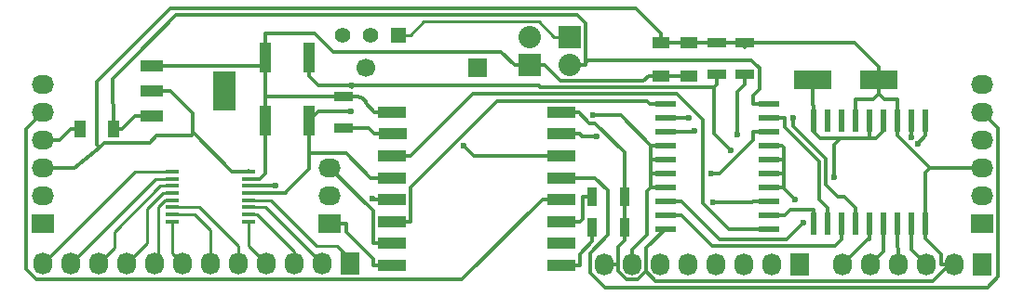
<source format=gbr>
G04 #@! TF.FileFunction,Copper,L1,Top,Signal*
%FSLAX46Y46*%
G04 Gerber Fmt 4.6, Leading zero omitted, Abs format (unit mm)*
G04 Created by KiCad (PCBNEW 4.0.2-stable) date viernes, 29 '29e' abril '29e' 2016, 11:45:47*
%MOMM*%
G01*
G04 APERTURE LIST*
%ADD10C,0.100000*%
%ADD11R,2.032000X2.032000*%
%ADD12O,2.032000X2.032000*%
%ADD13R,2.032000X1.727200*%
%ADD14O,2.032000X1.727200*%
%ADD15R,1.727200X2.032000*%
%ADD16O,1.727200X2.032000*%
%ADD17R,2.032000X3.657600*%
%ADD18R,2.032000X1.016000*%
%ADD19R,1.950000X0.600000*%
%ADD20R,2.500000X1.100000*%
%ADD21R,0.600000X2.000000*%
%ADD22R,1.200000X0.400000*%
%ADD23R,3.500120X1.800860*%
%ADD24R,1.600000X1.000000*%
%ADD25R,1.000000X1.600000*%
%ADD26R,0.900000X1.700000*%
%ADD27R,1.700000X0.900000*%
%ADD28R,1.000000X2.750000*%
%ADD29R,1.397000X1.397000*%
%ADD30C,1.397000*%
%ADD31C,1.699260*%
%ADD32R,1.699260X1.699260*%
%ADD33C,0.600000*%
%ADD34C,0.300000*%
%ADD35C,0.250000*%
G04 APERTURE END LIST*
D10*
D11*
X171831000Y-75717400D03*
D12*
X171831000Y-73177400D03*
D13*
X127533000Y-90195400D03*
D14*
X127533000Y-87655400D03*
X127533000Y-85115400D03*
X127533000Y-82575400D03*
X127533000Y-80035400D03*
X127533000Y-77495400D03*
D11*
X175463000Y-73101200D03*
D12*
X175463000Y-75641200D03*
D13*
X212954000Y-90144600D03*
D14*
X212954000Y-87604600D03*
X212954000Y-85064600D03*
X212954000Y-82524600D03*
X212954000Y-79984600D03*
X212954000Y-77444600D03*
D15*
X155499000Y-93802200D03*
D16*
X152959000Y-93802200D03*
X150419000Y-93802200D03*
X147879000Y-93802200D03*
X145339000Y-93802200D03*
X142799000Y-93802200D03*
X140259000Y-93802200D03*
X137719000Y-93802200D03*
X135179000Y-93802200D03*
X132639000Y-93802200D03*
X130099000Y-93802200D03*
X127559000Y-93802200D03*
D13*
X153670000Y-90170000D03*
D14*
X153670000Y-87630000D03*
X153670000Y-85090000D03*
D15*
X196418000Y-93878400D03*
D16*
X193878000Y-93878400D03*
X191338000Y-93878400D03*
X188798000Y-93878400D03*
X186258000Y-93878400D03*
X183718000Y-93878400D03*
X181178000Y-93878400D03*
X178638000Y-93878400D03*
D17*
X144043000Y-78054200D03*
D18*
X137439000Y-78054200D03*
X137439000Y-80340200D03*
X137439000Y-75768200D03*
D19*
X193600000Y-90652600D03*
X193600000Y-89382600D03*
X193600000Y-88112600D03*
X193600000Y-86842600D03*
X193600000Y-85572600D03*
X193600000Y-84302600D03*
X193600000Y-83032600D03*
X193600000Y-81762600D03*
X193600000Y-80492600D03*
X193600000Y-79222600D03*
X184200000Y-79222600D03*
X184200000Y-80492600D03*
X184200000Y-81762600D03*
X184200000Y-83032600D03*
X184200000Y-84302600D03*
X184200000Y-85572600D03*
X184200000Y-86842600D03*
X184200000Y-88112600D03*
X184200000Y-89382600D03*
X184200000Y-90652600D03*
D20*
X174690000Y-93980000D03*
X174690000Y-91980000D03*
X174690000Y-89980000D03*
X174690000Y-87980000D03*
X174690000Y-85980000D03*
X174690000Y-83980000D03*
X174690000Y-81980000D03*
X174690000Y-79980000D03*
X159290000Y-79980000D03*
X159390000Y-81980000D03*
X159290000Y-83980000D03*
X159290000Y-85980000D03*
X159290000Y-87980000D03*
X159290000Y-89980000D03*
X159290000Y-91980000D03*
X159290000Y-93980000D03*
D21*
X207823000Y-80771000D03*
X206553000Y-80771000D03*
X205283000Y-80771000D03*
X204013000Y-80771000D03*
X202743000Y-80771000D03*
X201473000Y-80771000D03*
X200203000Y-80771000D03*
X198933000Y-80771000D03*
X197663000Y-80771000D03*
X197663000Y-90171000D03*
X198933000Y-90171000D03*
X200203000Y-90171000D03*
X201473000Y-90171000D03*
X202743000Y-90171000D03*
X204013000Y-90171000D03*
X205283000Y-90171000D03*
X206553000Y-90171000D03*
X207823000Y-90171000D03*
D15*
X213004000Y-93878400D03*
D16*
X210464000Y-93878400D03*
X207924000Y-93878400D03*
X205384000Y-93878400D03*
X202844000Y-93878400D03*
X200304000Y-93878400D03*
D22*
X139349000Y-85405800D03*
X139349000Y-86055800D03*
X139349000Y-86705800D03*
X139349000Y-87355800D03*
X139349000Y-88005800D03*
X139349000Y-88655800D03*
X139349000Y-89305800D03*
X139349000Y-89955800D03*
X146249000Y-89955800D03*
X146249000Y-89305800D03*
X146249000Y-88655800D03*
X146249000Y-88005800D03*
X146249000Y-87355800D03*
X146249000Y-86705800D03*
X146249000Y-86055800D03*
X146249000Y-85405800D03*
D23*
X197584260Y-77063600D03*
X203583740Y-77063600D03*
D24*
X183794000Y-73684000D03*
X183794000Y-76684000D03*
D25*
X133961000Y-81534000D03*
X130961000Y-81534000D03*
D24*
X186334000Y-76684000D03*
X186334000Y-73684000D03*
D26*
X180444000Y-87731600D03*
X177544000Y-87731600D03*
X180444000Y-90474800D03*
X177544000Y-90474800D03*
D27*
X188874400Y-76532400D03*
X188874400Y-73632400D03*
X191414400Y-76532400D03*
X191414400Y-73632400D03*
X154940000Y-81460000D03*
X154940000Y-78560000D03*
D28*
X151809000Y-80751400D03*
X151809000Y-75001400D03*
X147809000Y-75001400D03*
X147809000Y-80751400D03*
D29*
X159893000Y-72974200D03*
D30*
X157353000Y-72974200D03*
X154813000Y-72974200D03*
D31*
X156946480Y-75948540D03*
D32*
X167106480Y-75948540D03*
D33*
X199556500Y-85925700D03*
X177565000Y-80289100D03*
X195933800Y-87934000D03*
X188552200Y-88208000D03*
X188393100Y-85553000D03*
X165857600Y-83046800D03*
X196720500Y-90054600D03*
X186818700Y-81721800D03*
X177898100Y-82204100D03*
X157539500Y-87848700D03*
X148718200Y-86665500D03*
X190743200Y-82000500D03*
X206542300Y-82271500D03*
X207111700Y-82839700D03*
X190131300Y-83482900D03*
X155594000Y-79930400D03*
X155665500Y-77577700D03*
X186308800Y-80483700D03*
X195818400Y-80488900D03*
D34*
X186334000Y-73684000D02*
X183794000Y-73684000D01*
X132476700Y-77200300D02*
X132476700Y-83002366D01*
X132476700Y-77200300D02*
X139128400Y-70548600D01*
X139128400Y-70548600D02*
X181508900Y-70548600D01*
X181508900Y-70548600D02*
X183794000Y-72833700D01*
X183794000Y-73258800D02*
X183794000Y-72833700D01*
X132476700Y-83002366D02*
X132686710Y-83212376D01*
X137269600Y-82784400D02*
X133185400Y-82784400D01*
X137439000Y-78054200D02*
X139166600Y-78054200D01*
X141216500Y-80104100D02*
X141216500Y-81984400D01*
X139166600Y-78054200D02*
X141216500Y-80104100D01*
X191414400Y-73632400D02*
X201403200Y-73632400D01*
X203583700Y-75812900D02*
X203583700Y-77063600D01*
X201904900Y-74134100D02*
X203583700Y-75812900D01*
X201403200Y-73632400D02*
X201904900Y-74134100D01*
X186334000Y-73684000D02*
X191362800Y-73684000D01*
X191362800Y-73684000D02*
X191414400Y-73632400D01*
X146249000Y-85405800D02*
X146249000Y-85314200D01*
X209250100Y-92948400D02*
X209250100Y-93878400D01*
X207823000Y-91521300D02*
X209250100Y-92948400D01*
X191414400Y-73632400D02*
X191414400Y-74032500D01*
X144791000Y-85405800D02*
X141369400Y-81984400D01*
X146249000Y-85405800D02*
X144791000Y-85405800D01*
X183794000Y-73684000D02*
X183794000Y-73258800D01*
X130403200Y-85090000D02*
X127533000Y-85115400D01*
X132686710Y-83212376D02*
X130403200Y-85090000D01*
X132689600Y-83210000D02*
X132686710Y-83212376D01*
X133175700Y-82774700D02*
X132689600Y-83210000D01*
X141216500Y-81984400D02*
X141066500Y-82134400D01*
X141066500Y-82134400D02*
X137919600Y-82134400D01*
X137919600Y-82134400D02*
X137269600Y-82784400D01*
X141369400Y-81984400D02*
X141216500Y-81984400D01*
X177289900Y-80979600D02*
X176290300Y-79980000D01*
X177778300Y-80979600D02*
X177289900Y-80979600D01*
X180444000Y-83645300D02*
X177778300Y-80979600D01*
X180444000Y-87731600D02*
X180444000Y-83645300D01*
X173990000Y-79980000D02*
X176290300Y-79980000D01*
X178638000Y-93878400D02*
X179851900Y-93878400D01*
X180444000Y-87731600D02*
X180444000Y-90474800D01*
X179851900Y-92267200D02*
X179851900Y-93878400D01*
X180444000Y-91675100D02*
X179851900Y-92267200D01*
X180444000Y-90474800D02*
X180444000Y-91675100D01*
X210464000Y-93878400D02*
X210022400Y-93878400D01*
X210022400Y-93878400D02*
X209250100Y-93878400D01*
X183301400Y-95371300D02*
X182448000Y-94517900D01*
X208529500Y-95371300D02*
X183301400Y-95371300D01*
X210022400Y-93878400D02*
X208529500Y-95371300D01*
X182448000Y-92404600D02*
X182448000Y-94517900D01*
X184200000Y-90652600D02*
X182448000Y-92404600D01*
X179851900Y-94451900D02*
X179851900Y-93878400D01*
X180664600Y-95264600D02*
X179851900Y-94451900D01*
X181701300Y-95264600D02*
X180664600Y-95264600D01*
X182448000Y-94517900D02*
X181701300Y-95264600D01*
X203107200Y-78790800D02*
X203583700Y-78314300D01*
X201473000Y-78790800D02*
X203107200Y-78790800D01*
X203583700Y-77063600D02*
X203583700Y-78314300D01*
X201473000Y-80771000D02*
X201473000Y-78790800D01*
X204111000Y-78841600D02*
X203583700Y-78314300D01*
X205283000Y-78841600D02*
X204111000Y-78841600D01*
X205283000Y-79420700D02*
X205283000Y-78841600D01*
X205283000Y-80220900D02*
X205283000Y-79420700D01*
X207823000Y-90846100D02*
X207823000Y-91521300D01*
X205283000Y-80220900D02*
X205283000Y-80771000D01*
X205283000Y-80771000D02*
X205283000Y-82121300D01*
X207823000Y-90846100D02*
X207823000Y-90171000D01*
X207823000Y-85467900D02*
X208226300Y-85064600D01*
X207823000Y-90171000D02*
X207823000Y-85467900D01*
X205283000Y-82121300D02*
X208226300Y-85064600D01*
X208226300Y-85064600D02*
X212954000Y-85064600D01*
X199556500Y-85925700D02*
X199556500Y-82942300D01*
X199556500Y-82942300D02*
X200126600Y-82372200D01*
X202920600Y-82372200D02*
X200126600Y-82372200D01*
X200126600Y-82372200D02*
X198272400Y-82372200D01*
X198272400Y-82372200D02*
X197663000Y-81762800D01*
X197663000Y-81762800D02*
X197663000Y-80771000D01*
X204013000Y-80771000D02*
X204013000Y-81686200D01*
X204013000Y-81686200D02*
X203327000Y-82372200D01*
X203327000Y-82372200D02*
X202920600Y-82372200D01*
X202920600Y-82372200D02*
X202743000Y-82194600D01*
X202743000Y-82194600D02*
X202743000Y-80771000D01*
X193600000Y-84302600D02*
X194925300Y-84302600D01*
X194925300Y-84302600D02*
X194919600Y-84296900D01*
X194767200Y-83032600D02*
X193600000Y-83032600D01*
X194919600Y-83185000D02*
X194767200Y-83032600D01*
X194919600Y-84296900D02*
X194919600Y-83185000D01*
X171831000Y-75717400D02*
X173197300Y-75717400D01*
X174598600Y-77118700D02*
X173197300Y-75717400D01*
X182209000Y-77118700D02*
X174598600Y-77118700D01*
X182643700Y-76684000D02*
X182209000Y-77118700D01*
X183794000Y-76684000D02*
X182643700Y-76684000D01*
X197584300Y-79342000D02*
X197663000Y-79420700D01*
X197584300Y-77063600D02*
X197584300Y-79342000D01*
X197663000Y-80771000D02*
X197663000Y-79420700D01*
X137439000Y-75768200D02*
X138805300Y-75768200D01*
X159990000Y-79980000D02*
X157689700Y-79980000D01*
X184200000Y-83032600D02*
X182874700Y-83032600D01*
X182874700Y-84302600D02*
X182874700Y-85572600D01*
X184200000Y-84302600D02*
X182874700Y-84302600D01*
X193600000Y-86842600D02*
X193931400Y-86842600D01*
X130961000Y-81534000D02*
X130110700Y-81534000D01*
X182874700Y-83032600D02*
X182874700Y-84302600D01*
X183794000Y-76684000D02*
X186334000Y-76684000D01*
X180131200Y-80289100D02*
X182874700Y-83032600D01*
X177565000Y-80289100D02*
X180131200Y-80289100D01*
X184200000Y-85572600D02*
X182949800Y-85572600D01*
X182949800Y-85572600D02*
X182874700Y-85572600D01*
X181178000Y-93878400D02*
X181178000Y-92512100D01*
X129069300Y-82575400D02*
X130110700Y-81534000D01*
X127533000Y-82575400D02*
X129069300Y-82575400D01*
X171831000Y-75717400D02*
X170464700Y-75717400D01*
X169213300Y-74466000D02*
X170464700Y-75717400D01*
X153942600Y-74466000D02*
X169213300Y-74466000D01*
X152273000Y-72796400D02*
X153942600Y-74466000D01*
X147809000Y-72796400D02*
X152273000Y-72796400D01*
X147809000Y-75001400D02*
X147809000Y-72796400D01*
X194842400Y-86842600D02*
X195933800Y-87934000D01*
X193931400Y-86842600D02*
X194842400Y-86842600D01*
X184200000Y-86842600D02*
X182874700Y-86842600D01*
X182874700Y-85572600D02*
X182874700Y-86842600D01*
X182527900Y-91162200D02*
X181178000Y-92512100D01*
X182527900Y-87189400D02*
X182527900Y-91162200D01*
X182874700Y-86842600D02*
X182527900Y-87189400D01*
X138805300Y-75768200D02*
X147809000Y-75768200D01*
X147809000Y-75768200D02*
X147809000Y-75001400D01*
X147809000Y-85566000D02*
X147809000Y-80751400D01*
X147319000Y-86055800D02*
X147809000Y-85566000D01*
X146249000Y-86055800D02*
X147319000Y-86055800D01*
X154940000Y-78560000D02*
X153739700Y-78560000D01*
X153739700Y-78560000D02*
X147809000Y-78560000D01*
X147809000Y-80751400D02*
X147809000Y-78560000D01*
X147809000Y-78560000D02*
X147809000Y-75768200D01*
X156269700Y-78560000D02*
X154940000Y-78560000D01*
X156330700Y-78621000D02*
X156269700Y-78560000D01*
X156522500Y-78621000D02*
X156330700Y-78621000D01*
X156903400Y-79001900D02*
X156522500Y-78621000D01*
X156903400Y-79193700D02*
X156903400Y-79001900D01*
X157689700Y-79980000D02*
X156903400Y-79193700D01*
X193600000Y-86842600D02*
X194925300Y-86842600D01*
X194925300Y-86842600D02*
X194925300Y-85572600D01*
X193600000Y-85572600D02*
X194925300Y-85572600D01*
X193600000Y-85572600D02*
X194925300Y-85572600D01*
X194925300Y-85572600D02*
X194925300Y-84302600D01*
X193600000Y-83032600D02*
X193056900Y-83032600D01*
X192379600Y-75641200D02*
X191998600Y-75260200D01*
X177139600Y-75260200D02*
X176929300Y-75470500D01*
X191998600Y-75260200D02*
X177139600Y-75260200D01*
X135972700Y-80340200D02*
X135966200Y-80340200D01*
X137439000Y-80340200D02*
X135972700Y-80340200D01*
X135966200Y-80340200D02*
X134772400Y-81534000D01*
X135960650Y-74910150D02*
X135960650Y-74887952D01*
X135960650Y-74887952D02*
X139697702Y-71150900D01*
X139697702Y-71150900D02*
X139871000Y-71150900D01*
X133948950Y-76921850D02*
X133961000Y-81534000D01*
X133948950Y-76921850D02*
X135960650Y-74910150D01*
X176199700Y-71150900D02*
X139871000Y-71150900D01*
X176929300Y-71880500D02*
X176199700Y-71150900D01*
X176929300Y-75470500D02*
X176929300Y-71880500D01*
X176929300Y-75641200D02*
X176929300Y-75470500D01*
X175463000Y-75641200D02*
X176929300Y-75641200D01*
X133961000Y-81534000D02*
X134772400Y-81534000D01*
X193600000Y-79222600D02*
X192174700Y-79222600D01*
X192379600Y-75641200D02*
X192408500Y-75641200D01*
X192408500Y-75641200D02*
X192720400Y-75953100D01*
X192720400Y-75953100D02*
X192720400Y-77926600D01*
X192720400Y-77926600D02*
X192174700Y-78472300D01*
X192174700Y-78472300D02*
X192174700Y-79222600D01*
X192079300Y-88208000D02*
X188552200Y-88208000D01*
X192174700Y-88112600D02*
X192079300Y-88208000D01*
X193600000Y-88112600D02*
X192174700Y-88112600D01*
X193600000Y-81762600D02*
X192174700Y-81762600D01*
X192174700Y-82508100D02*
X192174700Y-81762600D01*
X189129800Y-85553000D02*
X192174700Y-82508100D01*
X188393100Y-85553000D02*
X189129800Y-85553000D01*
X126035300Y-81533100D02*
X127533000Y-80035400D01*
X126035300Y-94312300D02*
X126035300Y-81533100D01*
X127002900Y-95279900D02*
X126035300Y-94312300D01*
X165689800Y-95279900D02*
X127002900Y-95279900D01*
X172989700Y-87980000D02*
X165689800Y-95279900D01*
X173990000Y-87980000D02*
X172989700Y-87980000D01*
X166790800Y-83980000D02*
X165857600Y-83046800D01*
X173990000Y-83980000D02*
X166790800Y-83980000D01*
X195208100Y-91567000D02*
X196720500Y-90054600D01*
X189079700Y-91567000D02*
X195208100Y-91567000D01*
X185625300Y-88112600D02*
X189079700Y-91567000D01*
X184200000Y-88112600D02*
X185625300Y-88112600D01*
X186777900Y-81762600D02*
X186818700Y-81721800D01*
X184200000Y-81762600D02*
X186777900Y-81762600D01*
X214451700Y-81482300D02*
X212954000Y-79984600D01*
X214451700Y-95019700D02*
X214451700Y-81482300D01*
X213499700Y-95971700D02*
X214451700Y-95019700D01*
X178664600Y-95971700D02*
X213499700Y-95971700D01*
X177305100Y-94612200D02*
X178664600Y-95971700D01*
X177305100Y-92863100D02*
X177305100Y-94612200D01*
X178978400Y-91189800D02*
X177305100Y-92863100D01*
X178978400Y-87153900D02*
X178978400Y-91189800D01*
X177804500Y-85980000D02*
X178978400Y-87153900D01*
X173990000Y-85980000D02*
X177804500Y-85980000D01*
X173990000Y-81980000D02*
X176390300Y-81980000D01*
X176614400Y-82204100D02*
X177898100Y-82204100D01*
X176390300Y-81980000D02*
X176614400Y-82204100D01*
D35*
X148280000Y-88005800D02*
X146249000Y-88005800D01*
X152425000Y-92151200D02*
X148280000Y-88005800D01*
X154305000Y-92151200D02*
X152425000Y-92151200D01*
X155499000Y-93345000D02*
X154305000Y-92151200D01*
X155499000Y-93802200D02*
X155499000Y-93345000D01*
X147812000Y-88655800D02*
X152959000Y-93802200D01*
X146249000Y-88655800D02*
X147812000Y-88655800D01*
X150419000Y-92710000D02*
X150419000Y-93802200D01*
X147015000Y-89305800D02*
X150419000Y-92710000D01*
X146249000Y-89305800D02*
X147015000Y-89305800D01*
X146249000Y-92172200D02*
X147879000Y-93802200D01*
X146249000Y-89955800D02*
X146249000Y-92172200D01*
X145339000Y-92227400D02*
X145339000Y-93802200D01*
X141767000Y-88655800D02*
X145339000Y-92227400D01*
X139349000Y-88655800D02*
X141767000Y-88655800D01*
X142799000Y-90754200D02*
X142799000Y-93802200D01*
X141350000Y-89305800D02*
X142799000Y-90754200D01*
X139349000Y-89305800D02*
X141350000Y-89305800D01*
X139349000Y-92892200D02*
X140259000Y-93802200D01*
X139349000Y-89955800D02*
X139349000Y-92892200D01*
X138049000Y-93472000D02*
X137719000Y-93802200D01*
X138049000Y-88595200D02*
X138049000Y-93472000D01*
X138638000Y-88005800D02*
X138049000Y-88595200D01*
X139349000Y-88005800D02*
X138638000Y-88005800D01*
X137058000Y-91922600D02*
X135179000Y-93802200D01*
X137058000Y-88798400D02*
X137058000Y-91922600D01*
X138501000Y-87355800D02*
X137058000Y-88798400D01*
X139349000Y-87355800D02*
X138501000Y-87355800D01*
X134061000Y-92379800D02*
X132639000Y-93802200D01*
X134061000Y-90906600D02*
X134061000Y-92379800D01*
X138262000Y-86705800D02*
X134061000Y-90906600D01*
X139349000Y-86705800D02*
X138262000Y-86705800D01*
X137845000Y-86055800D02*
X130099000Y-93802200D01*
X139349000Y-86055800D02*
X137845000Y-86055800D01*
X135981000Y-85405800D02*
X139349000Y-85405800D01*
X127584000Y-93802200D02*
X135981000Y-85405800D01*
X127559000Y-93802200D02*
X127584000Y-93802200D01*
D34*
X155136300Y-90901400D02*
X155136300Y-90170000D01*
X157589700Y-93354800D02*
X155136300Y-90901400D01*
X157589700Y-93980000D02*
X157589700Y-93354800D01*
X159990000Y-93980000D02*
X157589700Y-93980000D01*
X153670000Y-90170000D02*
X155136300Y-90170000D01*
X157589700Y-89009700D02*
X153670000Y-85090000D01*
X157589700Y-91980000D02*
X157589700Y-89009700D01*
X159990000Y-91980000D02*
X157589700Y-91980000D01*
X159990000Y-87980000D02*
X157689700Y-87980000D01*
X157670800Y-87980000D02*
X157539500Y-87848700D01*
X157689700Y-87980000D02*
X157670800Y-87980000D01*
X146249000Y-86705800D02*
X147736000Y-86705800D01*
X148677900Y-86705800D02*
X148718200Y-86665500D01*
X147736000Y-86705800D02*
X148677900Y-86705800D01*
X190743200Y-78105100D02*
X190743200Y-82000500D01*
X191414000Y-77434300D02*
X190743200Y-78105100D01*
X191414400Y-76532400D02*
X191414000Y-77434300D01*
X206553000Y-80771000D02*
X206553000Y-82121300D01*
X206553000Y-82260800D02*
X206542300Y-82271500D01*
X206553000Y-82121300D02*
X206553000Y-82260800D01*
X172796200Y-77728800D02*
X172796200Y-77698600D01*
X172675300Y-77577700D02*
X152660000Y-77577700D01*
X172796200Y-77698600D02*
X172675300Y-77577700D01*
X151809000Y-75001400D02*
X151809000Y-76726700D01*
X152660000Y-77577700D02*
X151809000Y-76726700D01*
X188874400Y-76532400D02*
X188874000Y-77434300D01*
X188579500Y-81931100D02*
X190131300Y-83482900D01*
X188579500Y-77728800D02*
X188579500Y-81931100D01*
X188579500Y-77728800D02*
X188874000Y-77434300D01*
X207823000Y-82128400D02*
X207823000Y-80771000D01*
X207111700Y-82839700D02*
X207823000Y-82128400D01*
X149601000Y-87355800D02*
X149616000Y-87340500D01*
X146249000Y-87355800D02*
X149601000Y-87355800D01*
X149616000Y-87340500D02*
X149631000Y-87325200D01*
X157362600Y-85980000D02*
X159990000Y-85980000D01*
X155150700Y-83768100D02*
X157362600Y-85980000D01*
X151809000Y-83768100D02*
X155150700Y-83768100D01*
X151809000Y-85147500D02*
X151809000Y-83768100D01*
X149616000Y-87340500D02*
X151809000Y-85147500D01*
X188579500Y-77728800D02*
X172796200Y-77728800D01*
X155665500Y-77577700D02*
X155665500Y-77728800D01*
X151809000Y-83768100D02*
X151809000Y-80751400D01*
X152630000Y-79930400D02*
X155594000Y-79930400D01*
X151809000Y-80751400D02*
X152630000Y-79930400D01*
X176643700Y-89726600D02*
X176390300Y-89980000D01*
X176643700Y-87731600D02*
X176643700Y-89726600D01*
X177544000Y-87731600D02*
X176643700Y-87731600D01*
X173990000Y-89980000D02*
X176390300Y-89980000D01*
X176390300Y-92928800D02*
X176390300Y-93980000D01*
X177544000Y-91775100D02*
X176390300Y-92928800D01*
X177544000Y-90474800D02*
X177544000Y-91775100D01*
X173990000Y-93980000D02*
X176390300Y-93980000D01*
X195533300Y-88874600D02*
X195025300Y-89382600D01*
X197663000Y-88874600D02*
X195533300Y-88874600D01*
X197663000Y-90171000D02*
X197663000Y-88874600D01*
X193600000Y-89382600D02*
X195025300Y-89382600D01*
X193600000Y-80492600D02*
X195025300Y-80492600D01*
X198933000Y-90171000D02*
X198933000Y-88720700D01*
X198205900Y-87993600D02*
X198933000Y-88720700D01*
X198205900Y-84522100D02*
X198205900Y-87993600D01*
X195025300Y-81341500D02*
X198205900Y-84522100D01*
X195025300Y-80492600D02*
X195025300Y-81341500D01*
X198806200Y-86241500D02*
X198806200Y-86639800D01*
X185625300Y-80492600D02*
X185634200Y-80483700D01*
X185634200Y-80483700D02*
X186308800Y-80483700D01*
X198806200Y-86241500D02*
X198806200Y-84273500D01*
X198806200Y-84273500D02*
X195818400Y-81285700D01*
X195818400Y-81285700D02*
X195818400Y-80488900D01*
X184200000Y-80492600D02*
X185625300Y-80492600D01*
X200433100Y-87680800D02*
X201473000Y-88720700D01*
X199847200Y-87680800D02*
X200433100Y-87680800D01*
X198806200Y-86639800D02*
X199847200Y-87680800D01*
X201473000Y-90171000D02*
X201473000Y-88720700D01*
X184200000Y-89382600D02*
X185625300Y-89382600D01*
X200203000Y-90171000D02*
X200203000Y-91621300D01*
X199647700Y-92176600D02*
X200203000Y-91621300D01*
X188419300Y-92176600D02*
X199647700Y-92176600D01*
X185625300Y-89382600D02*
X188419300Y-92176600D01*
X159990000Y-83980000D02*
X160990300Y-83980000D01*
X166641100Y-78329200D02*
X160990300Y-83980000D01*
X185231100Y-78329200D02*
X166641100Y-78329200D01*
X187569000Y-80667100D02*
X185231100Y-78329200D01*
X187569000Y-88295700D02*
X187569000Y-80667100D01*
X189925900Y-90652600D02*
X187569000Y-88295700D01*
X193600000Y-90652600D02*
X189925900Y-90652600D01*
X159990000Y-89980000D02*
X160990300Y-89980000D01*
X184200000Y-79222600D02*
X182774700Y-79222600D01*
X182499200Y-78947100D02*
X182774700Y-79222600D01*
X168894400Y-78947100D02*
X182499200Y-78947100D01*
X160990300Y-86851200D02*
X168894400Y-78947100D01*
X160990300Y-89980000D02*
X160990300Y-86851200D01*
X206553000Y-92507400D02*
X207924000Y-93878400D01*
X206553000Y-90171000D02*
X206553000Y-92507400D01*
X205283000Y-92311100D02*
X205384000Y-92412100D01*
X205283000Y-90171000D02*
X205283000Y-92311100D01*
X205384000Y-93878400D02*
X205384000Y-92412100D01*
X204013000Y-92709400D02*
X202844000Y-93878400D01*
X204013000Y-90171000D02*
X204013000Y-92709400D01*
X202561100Y-91621300D02*
X200304000Y-93878400D01*
X202743000Y-91621300D02*
X202561100Y-91621300D01*
X202743000Y-90171000D02*
X202743000Y-91621300D01*
X157169700Y-81460000D02*
X157689700Y-81980000D01*
X154940000Y-81460000D02*
X157169700Y-81460000D01*
X159990000Y-81980000D02*
X157689700Y-81980000D01*
D35*
X172696900Y-71726400D02*
X174071700Y-73101200D01*
X162214600Y-71726400D02*
X172696900Y-71726400D01*
X160966800Y-72974200D02*
X162214600Y-71726400D01*
X159893000Y-72974200D02*
X160966800Y-72974200D01*
X175463000Y-73101200D02*
X174071700Y-73101200D01*
M02*

</source>
